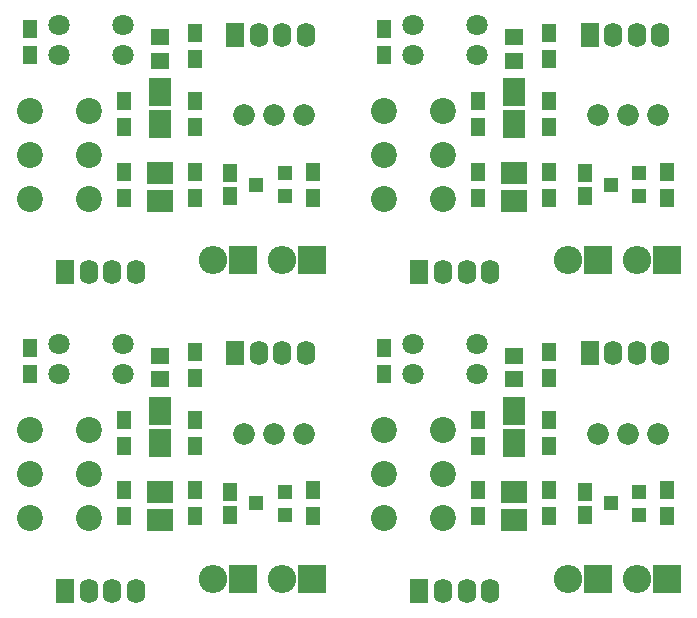
<source format=gts>
%MOIN*%
%OFA0B0*%
%FSLAX46Y46*%
%IPPOS*%
%LPD*%
%ADD10C,0.0039370078740157488*%
%ADD11R,0.051181102362204731X0.062992125984251982*%
%ADD12C,0.086614173228346469*%
%ADD13R,0.062992125984251982X0.082677165354330714*%
%ADD14O,0.062992125984251982X0.082677165354330714*%
%ADD15O,0.094448031496063X0.094448031496063*%
%ADD16R,0.094448031496063X0.094448031496063*%
%ADD17C,0.070866141732283464*%
%ADD18C,0.072440944881889777*%
%ADD19R,0.0452755905511811X0.062992125984251982*%
%ADD20R,0.051181102362204731X0.047244094488188976*%
%ADD21R,0.064960629921259838X0.055118110236220472*%
%ADD22R,0.074848031496062992X0.092548031496063*%
%ADD23R,0.086648031496063X0.076748031496062991*%
%ADD34C,0.0039370078740157488*%
%ADD35R,0.051181102362204731X0.062992125984251982*%
%ADD36C,0.086614173228346469*%
%ADD37R,0.062992125984251982X0.082677165354330714*%
%ADD38O,0.062992125984251982X0.082677165354330714*%
%ADD39O,0.094448031496063X0.094448031496063*%
%ADD40R,0.094448031496063X0.094448031496063*%
%ADD41C,0.070866141732283464*%
%ADD42C,0.072440944881889777*%
%ADD43R,0.0452755905511811X0.062992125984251982*%
%ADD44R,0.051181102362204731X0.047244094488188976*%
%ADD45R,0.064960629921259838X0.055118110236220472*%
%ADD46R,0.074848031496062992X0.092548031496063*%
%ADD47R,0.086648031496063X0.076748031496062991*%
%ADD58C,0.0039370078740157488*%
%ADD59R,0.051181102362204731X0.062992125984251982*%
%ADD60C,0.086614173228346469*%
%ADD61R,0.062992125984251982X0.082677165354330714*%
%ADD62O,0.062992125984251982X0.082677165354330714*%
%ADD63O,0.094448031496063X0.094448031496063*%
%ADD64R,0.094448031496063X0.094448031496063*%
%ADD65C,0.070866141732283464*%
%ADD66C,0.072440944881889777*%
%ADD67R,0.0452755905511811X0.062992125984251982*%
%ADD68R,0.051181102362204731X0.047244094488188976*%
%ADD69R,0.064960629921259838X0.055118110236220472*%
%ADD70R,0.074848031496062992X0.092548031496063*%
%ADD71R,0.086648031496063X0.076748031496062991*%
%ADD82C,0.0039370078740157488*%
%ADD83R,0.051181102362204731X0.062992125984251982*%
%ADD84C,0.086614173228346469*%
%ADD85R,0.062992125984251982X0.082677165354330714*%
%ADD86O,0.062992125984251982X0.082677165354330714*%
%ADD87O,0.094448031496063X0.094448031496063*%
%ADD88R,0.094448031496063X0.094448031496063*%
%ADD89C,0.070866141732283464*%
%ADD90C,0.072440944881889777*%
%ADD91R,0.0452755905511811X0.062992125984251982*%
%ADD92R,0.051181102362204731X0.047244094488188976*%
%ADD93R,0.064960629921259838X0.055118110236220472*%
%ADD94R,0.074848031496062992X0.092548031496063*%
%ADD95R,0.086648031496063X0.076748031496062991*%
%LPD*%
G01*
D10*
D11*
X-0005393700Y0004291338D02*
X0000393700Y0000586614D03*
X0000393700Y0000673228D03*
D12*
X0000078740Y0000639763D03*
X0000078740Y0000492125D03*
X0000078740Y0000344488D03*
X0000275590Y0000639763D03*
X0000275590Y0000492125D03*
X0000275590Y0000344488D03*
D13*
X0000196850Y0000102362D03*
D14*
X0000275590Y0000102362D03*
X0000354330Y0000102362D03*
X0000433070Y0000102362D03*
D13*
X0000763970Y0000893882D03*
D14*
X0000842710Y0000893882D03*
X0000921449Y0000893882D03*
X0001000189Y0000893882D03*
D15*
X0000921259Y0000141732D03*
D16*
X0001021258Y0000141732D03*
D15*
X0000691338Y0000141732D03*
D16*
X0000791338Y0000141732D03*
D17*
X0000177165Y0000925196D03*
X0000177165Y0000826771D03*
X0000389763Y0000925196D03*
X0000389763Y0000826771D03*
D18*
X0000992125Y0000625984D03*
X0000892124Y0000625984D03*
X0000792124Y0000625984D03*
D11*
X0000393700Y0000350393D03*
X0000393700Y0000437007D03*
D19*
X0000748031Y0000431102D03*
X0000748031Y0000356299D03*
D20*
X0000929133Y0000356299D03*
X0000929133Y0000431102D03*
X0000834645Y0000393700D03*
D11*
X0000629921Y0000437007D03*
X0000629921Y0000350393D03*
X0001023622Y0000437007D03*
X0001023622Y0000350393D03*
X0000629921Y0000673228D03*
X0000629921Y0000586614D03*
X0000629921Y0000811023D03*
X0000629921Y0000897637D03*
X0000078740Y0000826771D03*
X0000078740Y0000913385D03*
D21*
X0000511811Y0000885826D03*
X0000511811Y0000807086D03*
D22*
X0000511965Y0000594747D03*
X0000511965Y0000702946D03*
D23*
X0000511965Y0000432312D03*
X0000511965Y0000339712D03*
G01*
D34*
D35*
X-0005393700Y0005354330D02*
X0000393700Y0001649606D03*
X0000393700Y0001736220D03*
D36*
X0000078740Y0001702755D03*
X0000078740Y0001555118D03*
X0000078740Y0001407480D03*
X0000275590Y0001702755D03*
X0000275590Y0001555118D03*
X0000275590Y0001407480D03*
D37*
X0000196850Y0001165354D03*
D38*
X0000275590Y0001165354D03*
X0000354330Y0001165354D03*
X0000433070Y0001165354D03*
D37*
X0000763970Y0001956874D03*
D38*
X0000842710Y0001956874D03*
X0000921449Y0001956874D03*
X0001000189Y0001956874D03*
D39*
X0000921259Y0001204724D03*
D40*
X0001021258Y0001204724D03*
D39*
X0000691338Y0001204724D03*
D40*
X0000791338Y0001204724D03*
D41*
X0000177165Y0001988188D03*
X0000177165Y0001889762D03*
X0000389763Y0001988188D03*
X0000389763Y0001889762D03*
D42*
X0000992125Y0001688976D03*
X0000892124Y0001688976D03*
X0000792124Y0001688976D03*
D35*
X0000393700Y0001413385D03*
X0000393700Y0001499999D03*
D43*
X0000748031Y0001494094D03*
X0000748031Y0001419291D03*
D44*
X0000929133Y0001419291D03*
X0000929133Y0001494094D03*
X0000834645Y0001456692D03*
D35*
X0000629921Y0001499999D03*
X0000629921Y0001413385D03*
X0001023622Y0001499999D03*
X0001023622Y0001413385D03*
X0000629921Y0001736220D03*
X0000629921Y0001649606D03*
X0000629921Y0001874015D03*
X0000629921Y0001960629D03*
X0000078740Y0001889762D03*
X0000078740Y0001976377D03*
D45*
X0000511811Y0001948818D03*
X0000511811Y0001870078D03*
D46*
X0000511965Y0001657740D03*
X0000511965Y0001765940D03*
D47*
X0000511965Y0001495304D03*
X0000511965Y0001402704D03*
G04 next file*
%LPD*%
G01*
D58*
D59*
X-0004212598Y0004291338D02*
X0001574803Y0000586614D03*
X0001574803Y0000673228D03*
D60*
X0001259842Y0000639763D03*
X0001259842Y0000492125D03*
X0001259842Y0000344488D03*
X0001456692Y0000639763D03*
X0001456692Y0000492125D03*
X0001456692Y0000344488D03*
D61*
X0001377952Y0000102362D03*
D62*
X0001456692Y0000102362D03*
X0001535433Y0000102362D03*
X0001614173Y0000102362D03*
D61*
X0001945072Y0000893882D03*
D62*
X0002023812Y0000893882D03*
X0002102552Y0000893882D03*
X0002181293Y0000893882D03*
D63*
X0002102362Y0000141732D03*
D64*
X0002202362Y0000141732D03*
D63*
X0001872440Y0000141732D03*
D64*
X0001972440Y0000141732D03*
D65*
X0001358267Y0000925196D03*
X0001358267Y0000826771D03*
X0001570866Y0000925196D03*
X0001570866Y0000826771D03*
D66*
X0002173228Y0000625984D03*
X0002073227Y0000625984D03*
X0001973228Y0000625984D03*
D59*
X0001574803Y0000350393D03*
X0001574803Y0000437007D03*
D67*
X0001929132Y0000431102D03*
X0001929132Y0000356299D03*
D68*
X0002110236Y0000356299D03*
X0002110236Y0000431102D03*
X0002015747Y0000393700D03*
D59*
X0001811023Y0000437007D03*
X0001811023Y0000350393D03*
X0002204724Y0000437007D03*
X0002204724Y0000350393D03*
X0001811023Y0000673228D03*
X0001811023Y0000586614D03*
X0001811023Y0000811023D03*
X0001811023Y0000897637D03*
X0001259842Y0000826771D03*
X0001259842Y0000913385D03*
D69*
X0001692913Y0000885826D03*
X0001692913Y0000807086D03*
D70*
X0001693067Y0000594747D03*
X0001693067Y0000702946D03*
D71*
X0001693067Y0000432312D03*
X0001693067Y0000339712D03*
G04 next file*
G04 #@! TF.FileFunction,Soldermask,Top*
G04 Gerber Fmt 4.6, Leading zero omitted, Abs format (unit mm)*
G04 Created by KiCad (PCBNEW 4.0.4-1.fc24-product) date Mon Apr 30 14:12:17 2018*
G01*
G04 APERTURE LIST*
G04 APERTURE END LIST*
D82*
D83*
X-0004212598Y0005354330D02*
X0001574803Y0001649606D03*
X0001574803Y0001736220D03*
D84*
X0001259842Y0001702755D03*
X0001259842Y0001555118D03*
X0001259842Y0001407480D03*
X0001456692Y0001702755D03*
X0001456692Y0001555118D03*
X0001456692Y0001407480D03*
D85*
X0001377952Y0001165354D03*
D86*
X0001456692Y0001165354D03*
X0001535433Y0001165354D03*
X0001614173Y0001165354D03*
D85*
X0001945072Y0001956874D03*
D86*
X0002023812Y0001956874D03*
X0002102552Y0001956874D03*
X0002181293Y0001956874D03*
D87*
X0002102362Y0001204724D03*
D88*
X0002202362Y0001204724D03*
D87*
X0001872440Y0001204724D03*
D88*
X0001972440Y0001204724D03*
D89*
X0001358267Y0001988188D03*
X0001358267Y0001889762D03*
X0001570866Y0001988188D03*
X0001570866Y0001889762D03*
D90*
X0002173228Y0001688976D03*
X0002073227Y0001688976D03*
X0001973228Y0001688976D03*
D83*
X0001574803Y0001413385D03*
X0001574803Y0001499999D03*
D91*
X0001929132Y0001494094D03*
X0001929132Y0001419291D03*
D92*
X0002110236Y0001419291D03*
X0002110236Y0001494094D03*
X0002015747Y0001456692D03*
D83*
X0001811023Y0001499999D03*
X0001811023Y0001413385D03*
X0002204724Y0001499999D03*
X0002204724Y0001413385D03*
X0001811023Y0001736220D03*
X0001811023Y0001649606D03*
X0001811023Y0001874015D03*
X0001811023Y0001960629D03*
X0001259842Y0001889762D03*
X0001259842Y0001976377D03*
D93*
X0001692913Y0001948818D03*
X0001692913Y0001870078D03*
D94*
X0001693067Y0001657740D03*
X0001693067Y0001765940D03*
D95*
X0001693067Y0001495304D03*
X0001693067Y0001402704D03*
M02*
</source>
